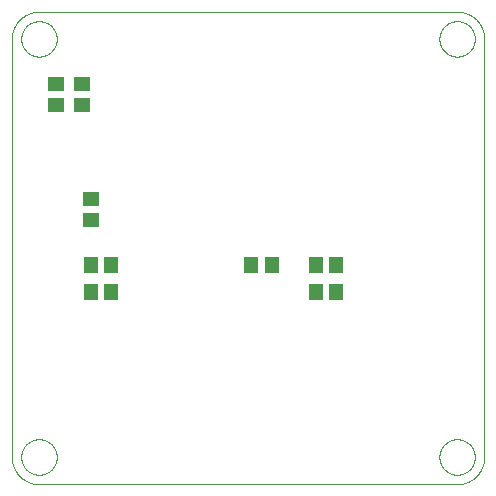
<source format=gbp>
G04 EAGLE Gerber RS-274X export*
G75*
%MOMM*%
%FSLAX34Y34*%
%LPD*%
%INParts Bottom*%
%IPPOS*%
%AMOC8*
5,1,8,0,0,1.08239X$1,22.5*%
G01*
G04 Define Apertures*
%ADD10C,0.000000*%
%ADD11R,1.164600X1.465300*%
%ADD12R,1.465300X1.164600*%
D10*
X23000Y400000D02*
X22444Y399993D01*
X21889Y399973D01*
X21334Y399940D01*
X20780Y399893D01*
X20228Y399832D01*
X19677Y399759D01*
X19128Y399672D01*
X18581Y399572D01*
X18037Y399458D01*
X17496Y399332D01*
X16958Y399192D01*
X16423Y399040D01*
X15893Y398874D01*
X15366Y398696D01*
X14844Y398505D01*
X14327Y398302D01*
X13815Y398086D01*
X13308Y397858D01*
X12807Y397618D01*
X12311Y397365D01*
X11822Y397101D01*
X11340Y396825D01*
X10864Y396538D01*
X10396Y396239D01*
X9935Y395929D01*
X9481Y395607D01*
X9035Y395275D01*
X8598Y394933D01*
X8169Y394579D01*
X7748Y394216D01*
X7337Y393842D01*
X6934Y393459D01*
X6541Y393066D01*
X6158Y392663D01*
X5784Y392252D01*
X5421Y391831D01*
X5067Y391402D01*
X4725Y390965D01*
X4393Y390519D01*
X4071Y390065D01*
X3761Y389604D01*
X3462Y389136D01*
X3175Y388660D01*
X2899Y388178D01*
X2635Y387689D01*
X2382Y387193D01*
X2142Y386692D01*
X1914Y386185D01*
X1698Y385673D01*
X1495Y385156D01*
X1304Y384634D01*
X1126Y384107D01*
X960Y383577D01*
X808Y383042D01*
X668Y382504D01*
X542Y381963D01*
X428Y381419D01*
X328Y380872D01*
X241Y380323D01*
X168Y379772D01*
X107Y379220D01*
X60Y378666D01*
X27Y378111D01*
X7Y377556D01*
X0Y377000D01*
X23000Y400000D02*
X377000Y400000D01*
X377556Y399993D01*
X378111Y399973D01*
X378666Y399940D01*
X379220Y399893D01*
X379772Y399832D01*
X380323Y399759D01*
X380872Y399672D01*
X381419Y399572D01*
X381963Y399458D01*
X382504Y399332D01*
X383042Y399192D01*
X383577Y399040D01*
X384107Y398874D01*
X384634Y398696D01*
X385156Y398505D01*
X385673Y398302D01*
X386185Y398086D01*
X386692Y397858D01*
X387193Y397618D01*
X387689Y397365D01*
X388178Y397101D01*
X388660Y396825D01*
X389136Y396538D01*
X389604Y396239D01*
X390065Y395929D01*
X390519Y395607D01*
X390965Y395275D01*
X391402Y394933D01*
X391831Y394579D01*
X392252Y394216D01*
X392663Y393842D01*
X393066Y393459D01*
X393459Y393066D01*
X393842Y392663D01*
X394216Y392252D01*
X394579Y391831D01*
X394933Y391402D01*
X395275Y390965D01*
X395607Y390519D01*
X395929Y390065D01*
X396239Y389604D01*
X396538Y389136D01*
X396825Y388660D01*
X397101Y388178D01*
X397365Y387689D01*
X397618Y387193D01*
X397858Y386692D01*
X398086Y386185D01*
X398302Y385673D01*
X398505Y385156D01*
X398696Y384634D01*
X398874Y384107D01*
X399040Y383577D01*
X399192Y383042D01*
X399332Y382504D01*
X399458Y381963D01*
X399572Y381419D01*
X399672Y380872D01*
X399759Y380323D01*
X399832Y379772D01*
X399893Y379220D01*
X399940Y378666D01*
X399973Y378111D01*
X399993Y377556D01*
X400000Y377000D01*
X400000Y23000D01*
X399993Y22444D01*
X399973Y21889D01*
X399940Y21334D01*
X399893Y20780D01*
X399832Y20228D01*
X399759Y19677D01*
X399672Y19128D01*
X399572Y18581D01*
X399458Y18037D01*
X399332Y17496D01*
X399192Y16958D01*
X399040Y16423D01*
X398874Y15893D01*
X398696Y15366D01*
X398505Y14844D01*
X398302Y14327D01*
X398086Y13815D01*
X397858Y13308D01*
X397618Y12807D01*
X397365Y12311D01*
X397101Y11822D01*
X396825Y11340D01*
X396538Y10864D01*
X396239Y10396D01*
X395929Y9935D01*
X395607Y9481D01*
X395275Y9035D01*
X394933Y8598D01*
X394579Y8169D01*
X394216Y7748D01*
X393842Y7337D01*
X393459Y6934D01*
X393066Y6541D01*
X392663Y6158D01*
X392252Y5784D01*
X391831Y5421D01*
X391402Y5067D01*
X390965Y4725D01*
X390519Y4393D01*
X390065Y4071D01*
X389604Y3761D01*
X389136Y3462D01*
X388660Y3175D01*
X388178Y2899D01*
X387689Y2635D01*
X387193Y2382D01*
X386692Y2142D01*
X386185Y1914D01*
X385673Y1698D01*
X385156Y1495D01*
X384634Y1304D01*
X384107Y1126D01*
X383577Y960D01*
X383042Y808D01*
X382504Y668D01*
X381963Y542D01*
X381419Y428D01*
X380872Y328D01*
X380323Y241D01*
X379772Y168D01*
X379220Y107D01*
X378666Y60D01*
X378111Y27D01*
X377556Y7D01*
X377000Y0D01*
X23000Y0D01*
X22444Y7D01*
X21889Y27D01*
X21334Y60D01*
X20780Y107D01*
X20228Y168D01*
X19677Y241D01*
X19128Y328D01*
X18581Y428D01*
X18037Y542D01*
X17496Y668D01*
X16958Y808D01*
X16423Y960D01*
X15893Y1126D01*
X15366Y1304D01*
X14844Y1495D01*
X14327Y1698D01*
X13815Y1914D01*
X13308Y2142D01*
X12807Y2382D01*
X12311Y2635D01*
X11822Y2899D01*
X11340Y3175D01*
X10864Y3462D01*
X10396Y3761D01*
X9935Y4071D01*
X9481Y4393D01*
X9035Y4725D01*
X8598Y5067D01*
X8169Y5421D01*
X7748Y5784D01*
X7337Y6158D01*
X6934Y6541D01*
X6541Y6934D01*
X6158Y7337D01*
X5784Y7748D01*
X5421Y8169D01*
X5067Y8598D01*
X4725Y9035D01*
X4393Y9481D01*
X4071Y9935D01*
X3761Y10396D01*
X3462Y10864D01*
X3175Y11340D01*
X2899Y11822D01*
X2635Y12311D01*
X2382Y12807D01*
X2142Y13308D01*
X1914Y13815D01*
X1698Y14327D01*
X1495Y14844D01*
X1304Y15366D01*
X1126Y15893D01*
X960Y16423D01*
X808Y16958D01*
X668Y17496D01*
X542Y18037D01*
X428Y18581D01*
X328Y19128D01*
X241Y19677D01*
X168Y20228D01*
X107Y20780D01*
X60Y21334D01*
X27Y21889D01*
X7Y22444D01*
X0Y23000D01*
X0Y377000D01*
X8000Y23000D02*
X8005Y23368D01*
X8018Y23736D01*
X8041Y24103D01*
X8072Y24470D01*
X8113Y24836D01*
X8162Y25201D01*
X8221Y25564D01*
X8288Y25926D01*
X8364Y26287D01*
X8450Y26645D01*
X8543Y27001D01*
X8646Y27354D01*
X8757Y27705D01*
X8877Y28053D01*
X9005Y28398D01*
X9142Y28740D01*
X9287Y29079D01*
X9440Y29413D01*
X9602Y29744D01*
X9771Y30071D01*
X9949Y30393D01*
X10134Y30712D01*
X10327Y31025D01*
X10528Y31334D01*
X10736Y31637D01*
X10952Y31935D01*
X11175Y32228D01*
X11405Y32516D01*
X11642Y32798D01*
X11886Y33073D01*
X12136Y33343D01*
X12393Y33607D01*
X12657Y33864D01*
X12927Y34114D01*
X13202Y34358D01*
X13484Y34595D01*
X13772Y34825D01*
X14065Y35048D01*
X14363Y35264D01*
X14666Y35472D01*
X14975Y35673D01*
X15288Y35866D01*
X15607Y36051D01*
X15929Y36229D01*
X16256Y36398D01*
X16587Y36560D01*
X16921Y36713D01*
X17260Y36858D01*
X17602Y36995D01*
X17947Y37123D01*
X18295Y37243D01*
X18646Y37354D01*
X18999Y37457D01*
X19355Y37550D01*
X19713Y37636D01*
X20074Y37712D01*
X20436Y37779D01*
X20799Y37838D01*
X21164Y37887D01*
X21530Y37928D01*
X21897Y37959D01*
X22264Y37982D01*
X22632Y37995D01*
X23000Y38000D01*
X23368Y37995D01*
X23736Y37982D01*
X24103Y37959D01*
X24470Y37928D01*
X24836Y37887D01*
X25201Y37838D01*
X25564Y37779D01*
X25926Y37712D01*
X26287Y37636D01*
X26645Y37550D01*
X27001Y37457D01*
X27354Y37354D01*
X27705Y37243D01*
X28053Y37123D01*
X28398Y36995D01*
X28740Y36858D01*
X29079Y36713D01*
X29413Y36560D01*
X29744Y36398D01*
X30071Y36229D01*
X30393Y36051D01*
X30712Y35866D01*
X31025Y35673D01*
X31334Y35472D01*
X31637Y35264D01*
X31935Y35048D01*
X32228Y34825D01*
X32516Y34595D01*
X32798Y34358D01*
X33073Y34114D01*
X33343Y33864D01*
X33607Y33607D01*
X33864Y33343D01*
X34114Y33073D01*
X34358Y32798D01*
X34595Y32516D01*
X34825Y32228D01*
X35048Y31935D01*
X35264Y31637D01*
X35472Y31334D01*
X35673Y31025D01*
X35866Y30712D01*
X36051Y30393D01*
X36229Y30071D01*
X36398Y29744D01*
X36560Y29413D01*
X36713Y29079D01*
X36858Y28740D01*
X36995Y28398D01*
X37123Y28053D01*
X37243Y27705D01*
X37354Y27354D01*
X37457Y27001D01*
X37550Y26645D01*
X37636Y26287D01*
X37712Y25926D01*
X37779Y25564D01*
X37838Y25201D01*
X37887Y24836D01*
X37928Y24470D01*
X37959Y24103D01*
X37982Y23736D01*
X37995Y23368D01*
X38000Y23000D01*
X37995Y22632D01*
X37982Y22264D01*
X37959Y21897D01*
X37928Y21530D01*
X37887Y21164D01*
X37838Y20799D01*
X37779Y20436D01*
X37712Y20074D01*
X37636Y19713D01*
X37550Y19355D01*
X37457Y18999D01*
X37354Y18646D01*
X37243Y18295D01*
X37123Y17947D01*
X36995Y17602D01*
X36858Y17260D01*
X36713Y16921D01*
X36560Y16587D01*
X36398Y16256D01*
X36229Y15929D01*
X36051Y15607D01*
X35866Y15288D01*
X35673Y14975D01*
X35472Y14666D01*
X35264Y14363D01*
X35048Y14065D01*
X34825Y13772D01*
X34595Y13484D01*
X34358Y13202D01*
X34114Y12927D01*
X33864Y12657D01*
X33607Y12393D01*
X33343Y12136D01*
X33073Y11886D01*
X32798Y11642D01*
X32516Y11405D01*
X32228Y11175D01*
X31935Y10952D01*
X31637Y10736D01*
X31334Y10528D01*
X31025Y10327D01*
X30712Y10134D01*
X30393Y9949D01*
X30071Y9771D01*
X29744Y9602D01*
X29413Y9440D01*
X29079Y9287D01*
X28740Y9142D01*
X28398Y9005D01*
X28053Y8877D01*
X27705Y8757D01*
X27354Y8646D01*
X27001Y8543D01*
X26645Y8450D01*
X26287Y8364D01*
X25926Y8288D01*
X25564Y8221D01*
X25201Y8162D01*
X24836Y8113D01*
X24470Y8072D01*
X24103Y8041D01*
X23736Y8018D01*
X23368Y8005D01*
X23000Y8000D01*
X22632Y8005D01*
X22264Y8018D01*
X21897Y8041D01*
X21530Y8072D01*
X21164Y8113D01*
X20799Y8162D01*
X20436Y8221D01*
X20074Y8288D01*
X19713Y8364D01*
X19355Y8450D01*
X18999Y8543D01*
X18646Y8646D01*
X18295Y8757D01*
X17947Y8877D01*
X17602Y9005D01*
X17260Y9142D01*
X16921Y9287D01*
X16587Y9440D01*
X16256Y9602D01*
X15929Y9771D01*
X15607Y9949D01*
X15288Y10134D01*
X14975Y10327D01*
X14666Y10528D01*
X14363Y10736D01*
X14065Y10952D01*
X13772Y11175D01*
X13484Y11405D01*
X13202Y11642D01*
X12927Y11886D01*
X12657Y12136D01*
X12393Y12393D01*
X12136Y12657D01*
X11886Y12927D01*
X11642Y13202D01*
X11405Y13484D01*
X11175Y13772D01*
X10952Y14065D01*
X10736Y14363D01*
X10528Y14666D01*
X10327Y14975D01*
X10134Y15288D01*
X9949Y15607D01*
X9771Y15929D01*
X9602Y16256D01*
X9440Y16587D01*
X9287Y16921D01*
X9142Y17260D01*
X9005Y17602D01*
X8877Y17947D01*
X8757Y18295D01*
X8646Y18646D01*
X8543Y18999D01*
X8450Y19355D01*
X8364Y19713D01*
X8288Y20074D01*
X8221Y20436D01*
X8162Y20799D01*
X8113Y21164D01*
X8072Y21530D01*
X8041Y21897D01*
X8018Y22264D01*
X8005Y22632D01*
X8000Y23000D01*
X8000Y377000D02*
X8005Y377368D01*
X8018Y377736D01*
X8041Y378103D01*
X8072Y378470D01*
X8113Y378836D01*
X8162Y379201D01*
X8221Y379564D01*
X8288Y379926D01*
X8364Y380287D01*
X8450Y380645D01*
X8543Y381001D01*
X8646Y381354D01*
X8757Y381705D01*
X8877Y382053D01*
X9005Y382398D01*
X9142Y382740D01*
X9287Y383079D01*
X9440Y383413D01*
X9602Y383744D01*
X9771Y384071D01*
X9949Y384393D01*
X10134Y384712D01*
X10327Y385025D01*
X10528Y385334D01*
X10736Y385637D01*
X10952Y385935D01*
X11175Y386228D01*
X11405Y386516D01*
X11642Y386798D01*
X11886Y387073D01*
X12136Y387343D01*
X12393Y387607D01*
X12657Y387864D01*
X12927Y388114D01*
X13202Y388358D01*
X13484Y388595D01*
X13772Y388825D01*
X14065Y389048D01*
X14363Y389264D01*
X14666Y389472D01*
X14975Y389673D01*
X15288Y389866D01*
X15607Y390051D01*
X15929Y390229D01*
X16256Y390398D01*
X16587Y390560D01*
X16921Y390713D01*
X17260Y390858D01*
X17602Y390995D01*
X17947Y391123D01*
X18295Y391243D01*
X18646Y391354D01*
X18999Y391457D01*
X19355Y391550D01*
X19713Y391636D01*
X20074Y391712D01*
X20436Y391779D01*
X20799Y391838D01*
X21164Y391887D01*
X21530Y391928D01*
X21897Y391959D01*
X22264Y391982D01*
X22632Y391995D01*
X23000Y392000D01*
X23368Y391995D01*
X23736Y391982D01*
X24103Y391959D01*
X24470Y391928D01*
X24836Y391887D01*
X25201Y391838D01*
X25564Y391779D01*
X25926Y391712D01*
X26287Y391636D01*
X26645Y391550D01*
X27001Y391457D01*
X27354Y391354D01*
X27705Y391243D01*
X28053Y391123D01*
X28398Y390995D01*
X28740Y390858D01*
X29079Y390713D01*
X29413Y390560D01*
X29744Y390398D01*
X30071Y390229D01*
X30393Y390051D01*
X30712Y389866D01*
X31025Y389673D01*
X31334Y389472D01*
X31637Y389264D01*
X31935Y389048D01*
X32228Y388825D01*
X32516Y388595D01*
X32798Y388358D01*
X33073Y388114D01*
X33343Y387864D01*
X33607Y387607D01*
X33864Y387343D01*
X34114Y387073D01*
X34358Y386798D01*
X34595Y386516D01*
X34825Y386228D01*
X35048Y385935D01*
X35264Y385637D01*
X35472Y385334D01*
X35673Y385025D01*
X35866Y384712D01*
X36051Y384393D01*
X36229Y384071D01*
X36398Y383744D01*
X36560Y383413D01*
X36713Y383079D01*
X36858Y382740D01*
X36995Y382398D01*
X37123Y382053D01*
X37243Y381705D01*
X37354Y381354D01*
X37457Y381001D01*
X37550Y380645D01*
X37636Y380287D01*
X37712Y379926D01*
X37779Y379564D01*
X37838Y379201D01*
X37887Y378836D01*
X37928Y378470D01*
X37959Y378103D01*
X37982Y377736D01*
X37995Y377368D01*
X38000Y377000D01*
X37995Y376632D01*
X37982Y376264D01*
X37959Y375897D01*
X37928Y375530D01*
X37887Y375164D01*
X37838Y374799D01*
X37779Y374436D01*
X37712Y374074D01*
X37636Y373713D01*
X37550Y373355D01*
X37457Y372999D01*
X37354Y372646D01*
X37243Y372295D01*
X37123Y371947D01*
X36995Y371602D01*
X36858Y371260D01*
X36713Y370921D01*
X36560Y370587D01*
X36398Y370256D01*
X36229Y369929D01*
X36051Y369607D01*
X35866Y369288D01*
X35673Y368975D01*
X35472Y368666D01*
X35264Y368363D01*
X35048Y368065D01*
X34825Y367772D01*
X34595Y367484D01*
X34358Y367202D01*
X34114Y366927D01*
X33864Y366657D01*
X33607Y366393D01*
X33343Y366136D01*
X33073Y365886D01*
X32798Y365642D01*
X32516Y365405D01*
X32228Y365175D01*
X31935Y364952D01*
X31637Y364736D01*
X31334Y364528D01*
X31025Y364327D01*
X30712Y364134D01*
X30393Y363949D01*
X30071Y363771D01*
X29744Y363602D01*
X29413Y363440D01*
X29079Y363287D01*
X28740Y363142D01*
X28398Y363005D01*
X28053Y362877D01*
X27705Y362757D01*
X27354Y362646D01*
X27001Y362543D01*
X26645Y362450D01*
X26287Y362364D01*
X25926Y362288D01*
X25564Y362221D01*
X25201Y362162D01*
X24836Y362113D01*
X24470Y362072D01*
X24103Y362041D01*
X23736Y362018D01*
X23368Y362005D01*
X23000Y362000D01*
X22632Y362005D01*
X22264Y362018D01*
X21897Y362041D01*
X21530Y362072D01*
X21164Y362113D01*
X20799Y362162D01*
X20436Y362221D01*
X20074Y362288D01*
X19713Y362364D01*
X19355Y362450D01*
X18999Y362543D01*
X18646Y362646D01*
X18295Y362757D01*
X17947Y362877D01*
X17602Y363005D01*
X17260Y363142D01*
X16921Y363287D01*
X16587Y363440D01*
X16256Y363602D01*
X15929Y363771D01*
X15607Y363949D01*
X15288Y364134D01*
X14975Y364327D01*
X14666Y364528D01*
X14363Y364736D01*
X14065Y364952D01*
X13772Y365175D01*
X13484Y365405D01*
X13202Y365642D01*
X12927Y365886D01*
X12657Y366136D01*
X12393Y366393D01*
X12136Y366657D01*
X11886Y366927D01*
X11642Y367202D01*
X11405Y367484D01*
X11175Y367772D01*
X10952Y368065D01*
X10736Y368363D01*
X10528Y368666D01*
X10327Y368975D01*
X10134Y369288D01*
X9949Y369607D01*
X9771Y369929D01*
X9602Y370256D01*
X9440Y370587D01*
X9287Y370921D01*
X9142Y371260D01*
X9005Y371602D01*
X8877Y371947D01*
X8757Y372295D01*
X8646Y372646D01*
X8543Y372999D01*
X8450Y373355D01*
X8364Y373713D01*
X8288Y374074D01*
X8221Y374436D01*
X8162Y374799D01*
X8113Y375164D01*
X8072Y375530D01*
X8041Y375897D01*
X8018Y376264D01*
X8005Y376632D01*
X8000Y377000D01*
X362000Y23000D02*
X362005Y23368D01*
X362018Y23736D01*
X362041Y24103D01*
X362072Y24470D01*
X362113Y24836D01*
X362162Y25201D01*
X362221Y25564D01*
X362288Y25926D01*
X362364Y26287D01*
X362450Y26645D01*
X362543Y27001D01*
X362646Y27354D01*
X362757Y27705D01*
X362877Y28053D01*
X363005Y28398D01*
X363142Y28740D01*
X363287Y29079D01*
X363440Y29413D01*
X363602Y29744D01*
X363771Y30071D01*
X363949Y30393D01*
X364134Y30712D01*
X364327Y31025D01*
X364528Y31334D01*
X364736Y31637D01*
X364952Y31935D01*
X365175Y32228D01*
X365405Y32516D01*
X365642Y32798D01*
X365886Y33073D01*
X366136Y33343D01*
X366393Y33607D01*
X366657Y33864D01*
X366927Y34114D01*
X367202Y34358D01*
X367484Y34595D01*
X367772Y34825D01*
X368065Y35048D01*
X368363Y35264D01*
X368666Y35472D01*
X368975Y35673D01*
X369288Y35866D01*
X369607Y36051D01*
X369929Y36229D01*
X370256Y36398D01*
X370587Y36560D01*
X370921Y36713D01*
X371260Y36858D01*
X371602Y36995D01*
X371947Y37123D01*
X372295Y37243D01*
X372646Y37354D01*
X372999Y37457D01*
X373355Y37550D01*
X373713Y37636D01*
X374074Y37712D01*
X374436Y37779D01*
X374799Y37838D01*
X375164Y37887D01*
X375530Y37928D01*
X375897Y37959D01*
X376264Y37982D01*
X376632Y37995D01*
X377000Y38000D01*
X377368Y37995D01*
X377736Y37982D01*
X378103Y37959D01*
X378470Y37928D01*
X378836Y37887D01*
X379201Y37838D01*
X379564Y37779D01*
X379926Y37712D01*
X380287Y37636D01*
X380645Y37550D01*
X381001Y37457D01*
X381354Y37354D01*
X381705Y37243D01*
X382053Y37123D01*
X382398Y36995D01*
X382740Y36858D01*
X383079Y36713D01*
X383413Y36560D01*
X383744Y36398D01*
X384071Y36229D01*
X384393Y36051D01*
X384712Y35866D01*
X385025Y35673D01*
X385334Y35472D01*
X385637Y35264D01*
X385935Y35048D01*
X386228Y34825D01*
X386516Y34595D01*
X386798Y34358D01*
X387073Y34114D01*
X387343Y33864D01*
X387607Y33607D01*
X387864Y33343D01*
X388114Y33073D01*
X388358Y32798D01*
X388595Y32516D01*
X388825Y32228D01*
X389048Y31935D01*
X389264Y31637D01*
X389472Y31334D01*
X389673Y31025D01*
X389866Y30712D01*
X390051Y30393D01*
X390229Y30071D01*
X390398Y29744D01*
X390560Y29413D01*
X390713Y29079D01*
X390858Y28740D01*
X390995Y28398D01*
X391123Y28053D01*
X391243Y27705D01*
X391354Y27354D01*
X391457Y27001D01*
X391550Y26645D01*
X391636Y26287D01*
X391712Y25926D01*
X391779Y25564D01*
X391838Y25201D01*
X391887Y24836D01*
X391928Y24470D01*
X391959Y24103D01*
X391982Y23736D01*
X391995Y23368D01*
X392000Y23000D01*
X391995Y22632D01*
X391982Y22264D01*
X391959Y21897D01*
X391928Y21530D01*
X391887Y21164D01*
X391838Y20799D01*
X391779Y20436D01*
X391712Y20074D01*
X391636Y19713D01*
X391550Y19355D01*
X391457Y18999D01*
X391354Y18646D01*
X391243Y18295D01*
X391123Y17947D01*
X390995Y17602D01*
X390858Y17260D01*
X390713Y16921D01*
X390560Y16587D01*
X390398Y16256D01*
X390229Y15929D01*
X390051Y15607D01*
X389866Y15288D01*
X389673Y14975D01*
X389472Y14666D01*
X389264Y14363D01*
X389048Y14065D01*
X388825Y13772D01*
X388595Y13484D01*
X388358Y13202D01*
X388114Y12927D01*
X387864Y12657D01*
X387607Y12393D01*
X387343Y12136D01*
X387073Y11886D01*
X386798Y11642D01*
X386516Y11405D01*
X386228Y11175D01*
X385935Y10952D01*
X385637Y10736D01*
X385334Y10528D01*
X385025Y10327D01*
X384712Y10134D01*
X384393Y9949D01*
X384071Y9771D01*
X383744Y9602D01*
X383413Y9440D01*
X383079Y9287D01*
X382740Y9142D01*
X382398Y9005D01*
X382053Y8877D01*
X381705Y8757D01*
X381354Y8646D01*
X381001Y8543D01*
X380645Y8450D01*
X380287Y8364D01*
X379926Y8288D01*
X379564Y8221D01*
X379201Y8162D01*
X378836Y8113D01*
X378470Y8072D01*
X378103Y8041D01*
X377736Y8018D01*
X377368Y8005D01*
X377000Y8000D01*
X376632Y8005D01*
X376264Y8018D01*
X375897Y8041D01*
X375530Y8072D01*
X375164Y8113D01*
X374799Y8162D01*
X374436Y8221D01*
X374074Y8288D01*
X373713Y8364D01*
X373355Y8450D01*
X372999Y8543D01*
X372646Y8646D01*
X372295Y8757D01*
X371947Y8877D01*
X371602Y9005D01*
X371260Y9142D01*
X370921Y9287D01*
X370587Y9440D01*
X370256Y9602D01*
X369929Y9771D01*
X369607Y9949D01*
X369288Y10134D01*
X368975Y10327D01*
X368666Y10528D01*
X368363Y10736D01*
X368065Y10952D01*
X367772Y11175D01*
X367484Y11405D01*
X367202Y11642D01*
X366927Y11886D01*
X366657Y12136D01*
X366393Y12393D01*
X366136Y12657D01*
X365886Y12927D01*
X365642Y13202D01*
X365405Y13484D01*
X365175Y13772D01*
X364952Y14065D01*
X364736Y14363D01*
X364528Y14666D01*
X364327Y14975D01*
X364134Y15288D01*
X363949Y15607D01*
X363771Y15929D01*
X363602Y16256D01*
X363440Y16587D01*
X363287Y16921D01*
X363142Y17260D01*
X363005Y17602D01*
X362877Y17947D01*
X362757Y18295D01*
X362646Y18646D01*
X362543Y18999D01*
X362450Y19355D01*
X362364Y19713D01*
X362288Y20074D01*
X362221Y20436D01*
X362162Y20799D01*
X362113Y21164D01*
X362072Y21530D01*
X362041Y21897D01*
X362018Y22264D01*
X362005Y22632D01*
X362000Y23000D01*
X362000Y377000D02*
X362005Y377368D01*
X362018Y377736D01*
X362041Y378103D01*
X362072Y378470D01*
X362113Y378836D01*
X362162Y379201D01*
X362221Y379564D01*
X362288Y379926D01*
X362364Y380287D01*
X362450Y380645D01*
X362543Y381001D01*
X362646Y381354D01*
X362757Y381705D01*
X362877Y382053D01*
X363005Y382398D01*
X363142Y382740D01*
X363287Y383079D01*
X363440Y383413D01*
X363602Y383744D01*
X363771Y384071D01*
X363949Y384393D01*
X364134Y384712D01*
X364327Y385025D01*
X364528Y385334D01*
X364736Y385637D01*
X364952Y385935D01*
X365175Y386228D01*
X365405Y386516D01*
X365642Y386798D01*
X365886Y387073D01*
X366136Y387343D01*
X366393Y387607D01*
X366657Y387864D01*
X366927Y388114D01*
X367202Y388358D01*
X367484Y388595D01*
X367772Y388825D01*
X368065Y389048D01*
X368363Y389264D01*
X368666Y389472D01*
X368975Y389673D01*
X369288Y389866D01*
X369607Y390051D01*
X369929Y390229D01*
X370256Y390398D01*
X370587Y390560D01*
X370921Y390713D01*
X371260Y390858D01*
X371602Y390995D01*
X371947Y391123D01*
X372295Y391243D01*
X372646Y391354D01*
X372999Y391457D01*
X373355Y391550D01*
X373713Y391636D01*
X374074Y391712D01*
X374436Y391779D01*
X374799Y391838D01*
X375164Y391887D01*
X375530Y391928D01*
X375897Y391959D01*
X376264Y391982D01*
X376632Y391995D01*
X377000Y392000D01*
X377368Y391995D01*
X377736Y391982D01*
X378103Y391959D01*
X378470Y391928D01*
X378836Y391887D01*
X379201Y391838D01*
X379564Y391779D01*
X379926Y391712D01*
X380287Y391636D01*
X380645Y391550D01*
X381001Y391457D01*
X381354Y391354D01*
X381705Y391243D01*
X382053Y391123D01*
X382398Y390995D01*
X382740Y390858D01*
X383079Y390713D01*
X383413Y390560D01*
X383744Y390398D01*
X384071Y390229D01*
X384393Y390051D01*
X384712Y389866D01*
X385025Y389673D01*
X385334Y389472D01*
X385637Y389264D01*
X385935Y389048D01*
X386228Y388825D01*
X386516Y388595D01*
X386798Y388358D01*
X387073Y388114D01*
X387343Y387864D01*
X387607Y387607D01*
X387864Y387343D01*
X388114Y387073D01*
X388358Y386798D01*
X388595Y386516D01*
X388825Y386228D01*
X389048Y385935D01*
X389264Y385637D01*
X389472Y385334D01*
X389673Y385025D01*
X389866Y384712D01*
X390051Y384393D01*
X390229Y384071D01*
X390398Y383744D01*
X390560Y383413D01*
X390713Y383079D01*
X390858Y382740D01*
X390995Y382398D01*
X391123Y382053D01*
X391243Y381705D01*
X391354Y381354D01*
X391457Y381001D01*
X391550Y380645D01*
X391636Y380287D01*
X391712Y379926D01*
X391779Y379564D01*
X391838Y379201D01*
X391887Y378836D01*
X391928Y378470D01*
X391959Y378103D01*
X391982Y377736D01*
X391995Y377368D01*
X392000Y377000D01*
X391995Y376632D01*
X391982Y376264D01*
X391959Y375897D01*
X391928Y375530D01*
X391887Y375164D01*
X391838Y374799D01*
X391779Y374436D01*
X391712Y374074D01*
X391636Y373713D01*
X391550Y373355D01*
X391457Y372999D01*
X391354Y372646D01*
X391243Y372295D01*
X391123Y371947D01*
X390995Y371602D01*
X390858Y371260D01*
X390713Y370921D01*
X390560Y370587D01*
X390398Y370256D01*
X390229Y369929D01*
X390051Y369607D01*
X389866Y369288D01*
X389673Y368975D01*
X389472Y368666D01*
X389264Y368363D01*
X389048Y368065D01*
X388825Y367772D01*
X388595Y367484D01*
X388358Y367202D01*
X388114Y366927D01*
X387864Y366657D01*
X387607Y366393D01*
X387343Y366136D01*
X387073Y365886D01*
X386798Y365642D01*
X386516Y365405D01*
X386228Y365175D01*
X385935Y364952D01*
X385637Y364736D01*
X385334Y364528D01*
X385025Y364327D01*
X384712Y364134D01*
X384393Y363949D01*
X384071Y363771D01*
X383744Y363602D01*
X383413Y363440D01*
X383079Y363287D01*
X382740Y363142D01*
X382398Y363005D01*
X382053Y362877D01*
X381705Y362757D01*
X381354Y362646D01*
X381001Y362543D01*
X380645Y362450D01*
X380287Y362364D01*
X379926Y362288D01*
X379564Y362221D01*
X379201Y362162D01*
X378836Y362113D01*
X378470Y362072D01*
X378103Y362041D01*
X377736Y362018D01*
X377368Y362005D01*
X377000Y362000D01*
X376632Y362005D01*
X376264Y362018D01*
X375897Y362041D01*
X375530Y362072D01*
X375164Y362113D01*
X374799Y362162D01*
X374436Y362221D01*
X374074Y362288D01*
X373713Y362364D01*
X373355Y362450D01*
X372999Y362543D01*
X372646Y362646D01*
X372295Y362757D01*
X371947Y362877D01*
X371602Y363005D01*
X371260Y363142D01*
X370921Y363287D01*
X370587Y363440D01*
X370256Y363602D01*
X369929Y363771D01*
X369607Y363949D01*
X369288Y364134D01*
X368975Y364327D01*
X368666Y364528D01*
X368363Y364736D01*
X368065Y364952D01*
X367772Y365175D01*
X367484Y365405D01*
X367202Y365642D01*
X366927Y365886D01*
X366657Y366136D01*
X366393Y366393D01*
X366136Y366657D01*
X365886Y366927D01*
X365642Y367202D01*
X365405Y367484D01*
X365175Y367772D01*
X364952Y368065D01*
X364736Y368363D01*
X364528Y368666D01*
X364327Y368975D01*
X364134Y369288D01*
X363949Y369607D01*
X363771Y369929D01*
X363602Y370256D01*
X363440Y370587D01*
X363287Y370921D01*
X363142Y371260D01*
X363005Y371602D01*
X362877Y371947D01*
X362757Y372295D01*
X362646Y372646D01*
X362543Y372999D01*
X362450Y373355D01*
X362364Y373713D01*
X362288Y374074D01*
X362221Y374436D01*
X362162Y374799D01*
X362113Y375164D01*
X362072Y375530D01*
X362041Y375897D01*
X362018Y376264D01*
X362005Y376632D01*
X362000Y377000D01*
D11*
X66811Y185420D03*
X84319Y185420D03*
X66811Y162560D03*
X84319Y162560D03*
X257311Y185420D03*
X274819Y185420D03*
X257311Y162560D03*
X274819Y162560D03*
D12*
X37465Y321446D03*
X37465Y338954D03*
X59690Y321446D03*
X59690Y338954D03*
D11*
X202701Y185420D03*
X220209Y185420D03*
D12*
X66675Y241164D03*
X66675Y223656D03*
M02*

</source>
